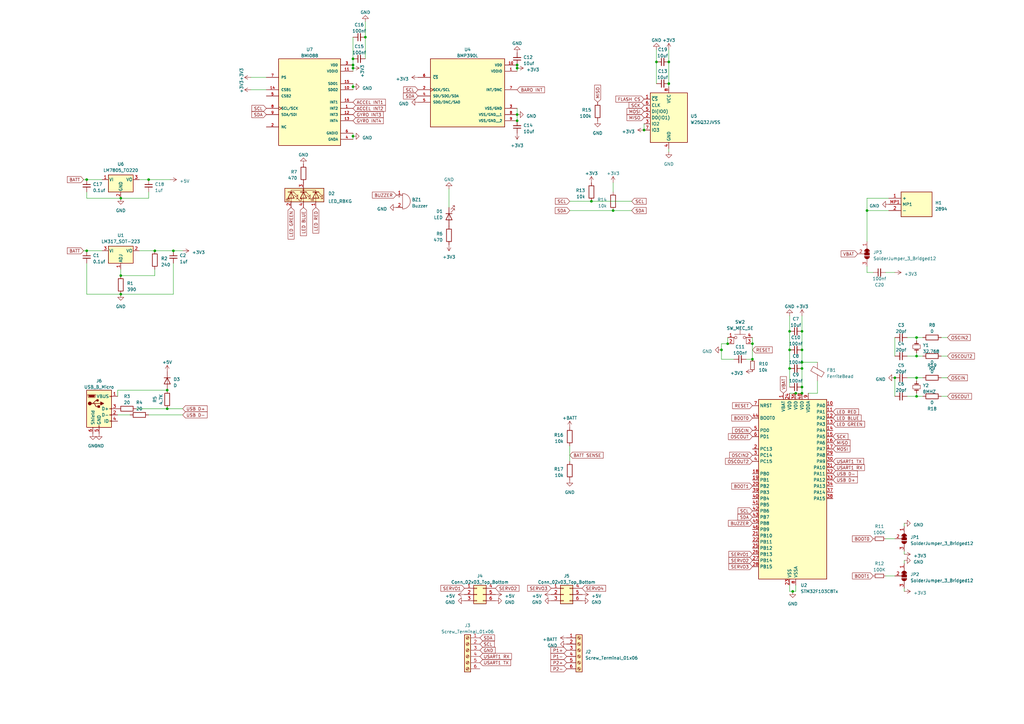
<source format=kicad_sch>
(kicad_sch (version 20230121) (generator eeschema)
  (paper "A3")
  (junction (at 355.6 86.36))
  (junction (at 328.93 143.51))
  (junction (at 35.56 73.66))
  (junction (at 328.93 158.75))
  (junction (at 60.96 73.66))
  (junction (at 328.93 135.89))
  (junction (at 375.92 162.56))
  (junction (at 264.16 53.34))
  (junction (at 274.32 25.4))
  (junction (at 212.09 46.99))
  (junction (at 68.58 160.02))
  (junction (at 212.09 49.53))
  (junction (at 274.32 34.29))
  (junction (at 328.93 151.13))
  (junction (at 149.86 15.24))
  (junction (at 49.53 120.65))
  (junction (at 375.92 146.05))
  (junction (at 68.58 167.64))
  (junction (at 325.12 242.57))
  (junction (at 49.53 113.03))
  (junction (at 308.61 140.97))
  (junction (at 144.78 26.67))
  (junction (at 144.78 35.56))
  (junction (at 63.5 102.87))
  (junction (at 295.91 143.51))
  (junction (at 35.56 102.87))
  (junction (at 367.03 154.94))
  (junction (at 308.61 147.32))
  (junction (at 242.57 82.55))
  (junction (at 269.24 25.4))
  (junction (at 144.78 24.13))
  (junction (at 328.93 161.29))
  (junction (at 328.93 148.59))
  (junction (at 251.46 86.36))
  (junction (at 323.85 143.51))
  (junction (at 375.92 154.94))
  (junction (at 375.92 138.43))
  (junction (at 71.12 102.87))
  (junction (at 212.09 26.67))
  (junction (at 298.45 140.97))
  (junction (at 323.85 135.89))
  (junction (at 144.78 55.88))
  (junction (at 49.53 81.28))
  (junction (at 323.85 151.13))
  (junction (at 326.39 161.29))
  (junction (at 144.78 27.94))
  (junction (at 212.09 27.94))
  (wire (pts (xy 375.92 138.43) (xy 378.46 138.43)))
  (wire (pts (xy 71.12 107.95) (xy 71.12 120.65)))
  (wire (pts (xy 35.56 78.74) (xy 35.56 81.28)))
  (wire (pts (xy 323.85 143.51) (xy 323.85 151.13)))
  (wire (pts (xy 375.92 138.43) (xy 375.92 139.7)))
  (wire (pts (xy 74.93 170.18) (xy 60.96 170.18)))
  (wire (pts (xy 367.03 154.94) (xy 367.03 162.56)))
  (wire (pts (xy 370.84 229.87) (xy 370.84 231.14)))
  (wire (pts (xy 144.78 35.56) (xy 144.78 36.83)))
  (wire (pts (xy 57.15 102.87) (xy 63.5 102.87)))
  (wire (pts (xy 144.78 55.88) (xy 144.78 57.15)))
  (wire (pts (xy 326.39 161.29) (xy 328.93 161.29)))
  (wire (pts (xy 251.46 86.36) (xy 259.08 86.36)))
  (wire (pts (xy 328.93 161.29) (xy 328.93 158.75)))
  (wire (pts (xy 35.56 73.66) (xy 41.91 73.66)))
  (wire (pts (xy 102.87 31.75) (xy 109.22 31.75)))
  (wire (pts (xy 184.15 77.47) (xy 184.15 85.09)))
  (wire (pts (xy 386.08 146.05) (xy 388.62 146.05)))
  (wire (pts (xy 323.85 240.03) (xy 323.85 242.57)))
  (wire (pts (xy 251.46 74.93) (xy 251.46 78.74)))
  (wire (pts (xy 63.5 110.49) (xy 63.5 113.03)))
  (wire (pts (xy 144.78 24.13) (xy 144.78 26.67)))
  (wire (pts (xy 55.88 167.64) (xy 68.58 167.64)))
  (wire (pts (xy 71.12 102.87) (xy 74.93 102.87)))
  (wire (pts (xy 34.29 102.87) (xy 35.56 102.87)))
  (wire (pts (xy 306.07 147.32) (xy 308.61 147.32)))
  (wire (pts (xy 363.22 236.22) (xy 367.03 236.22)))
  (wire (pts (xy 323.85 242.57) (xy 325.12 242.57)))
  (wire (pts (xy 149.86 15.24) (xy 149.86 24.13)))
  (wire (pts (xy 355.6 81.28) (xy 355.6 86.36)))
  (wire (pts (xy 323.85 151.13) (xy 323.85 158.75)))
  (wire (pts (xy 335.28 161.29) (xy 335.28 156.21)))
  (wire (pts (xy 48.26 160.02) (xy 68.58 160.02)))
  (wire (pts (xy 264.16 50.8) (xy 264.16 53.34)))
  (wire (pts (xy 35.56 107.95) (xy 35.56 120.65)))
  (wire (pts (xy 144.78 15.24) (xy 144.78 24.13)))
  (wire (pts (xy 363.22 111.76) (xy 367.03 111.76)))
  (wire (pts (xy 295.91 147.32) (xy 300.99 147.32)))
  (wire (pts (xy 325.12 242.57) (xy 326.39 242.57)))
  (wire (pts (xy 295.91 143.51) (xy 295.91 140.97)))
  (wire (pts (xy 323.85 129.54) (xy 323.85 135.89)))
  (wire (pts (xy 375.92 154.94) (xy 378.46 154.94)))
  (wire (pts (xy 242.57 82.55) (xy 259.08 82.55)))
  (wire (pts (xy 375.92 144.78) (xy 375.92 146.05)))
  (wire (pts (xy 386.08 162.56) (xy 388.62 162.56)))
  (wire (pts (xy 233.68 82.55) (xy 242.57 82.55)))
  (wire (pts (xy 212.09 44.45) (xy 212.09 46.99)))
  (wire (pts (xy 363.22 220.98) (xy 367.03 220.98)))
  (wire (pts (xy 355.6 86.36) (xy 355.6 99.06)))
  (wire (pts (xy 331.47 161.29) (xy 335.28 161.29)))
  (wire (pts (xy 57.15 73.66) (xy 60.96 73.66)))
  (wire (pts (xy 144.78 54.61) (xy 144.78 55.88)))
  (wire (pts (xy 144.78 27.94) (xy 144.78 29.21)))
  (wire (pts (xy 269.24 20.32) (xy 269.24 25.4)))
  (wire (pts (xy 372.11 146.05) (xy 375.92 146.05)))
  (wire (pts (xy 328.93 148.59) (xy 328.93 143.51)))
  (wire (pts (xy 386.08 138.43) (xy 388.62 138.43)))
  (wire (pts (xy 63.5 113.03) (xy 49.53 113.03)))
  (wire (pts (xy 212.09 27.94) (xy 212.09 29.21)))
  (wire (pts (xy 144.78 34.29) (xy 144.78 35.56)))
  (wire (pts (xy 49.53 81.28) (xy 60.96 81.28)))
  (wire (pts (xy 308.61 140.97) (xy 308.61 138.43)))
  (wire (pts (xy 372.11 138.43) (xy 375.92 138.43)))
  (wire (pts (xy 63.5 102.87) (xy 71.12 102.87)))
  (wire (pts (xy 375.92 162.56) (xy 378.46 162.56)))
  (wire (pts (xy 48.26 170.18) (xy 53.34 170.18)))
  (wire (pts (xy 308.61 140.97) (xy 308.61 147.32)))
  (wire (pts (xy 49.53 110.49) (xy 49.53 113.03)))
  (wire (pts (xy 355.6 111.76) (xy 355.6 109.22)))
  (wire (pts (xy 375.92 161.29) (xy 375.92 162.56)))
  (wire (pts (xy 375.92 146.05) (xy 378.46 146.05)))
  (wire (pts (xy 370.84 227.33) (xy 370.84 226.06)))
  (wire (pts (xy 60.96 73.66) (xy 69.85 73.66)))
  (wire (pts (xy 35.56 102.87) (xy 41.91 102.87)))
  (wire (pts (xy 274.32 25.4) (xy 274.32 34.29)))
  (wire (pts (xy 102.87 36.83) (xy 109.22 36.83)))
  (wire (pts (xy 35.56 120.65) (xy 49.53 120.65)))
  (wire (pts (xy 149.86 8.89) (xy 149.86 15.24)))
  (wire (pts (xy 48.26 162.56) (xy 48.26 160.02)))
  (wire (pts (xy 364.49 86.36) (xy 355.6 86.36)))
  (wire (pts (xy 274.32 34.29) (xy 274.32 35.56)))
  (wire (pts (xy 386.08 154.94) (xy 388.62 154.94)))
  (wire (pts (xy 364.49 81.28) (xy 355.6 81.28)))
  (wire (pts (xy 144.78 26.67) (xy 144.78 27.94)))
  (wire (pts (xy 328.93 129.54) (xy 328.93 135.89)))
  (wire (pts (xy 212.09 26.67) (xy 212.09 27.94)))
  (wire (pts (xy 233.68 86.36) (xy 251.46 86.36)))
  (wire (pts (xy 328.93 135.89) (xy 328.93 143.51)))
  (wire (pts (xy 269.24 25.4) (xy 269.24 34.29)))
  (wire (pts (xy 233.68 182.88) (xy 233.68 189.23)))
  (wire (pts (xy 298.45 140.97) (xy 298.45 138.43)))
  (wire (pts (xy 367.03 138.43) (xy 367.03 146.05)))
  (wire (pts (xy 212.09 46.99) (xy 212.09 49.53)))
  (wire (pts (xy 60.96 78.74) (xy 60.96 81.28)))
  (wire (pts (xy 372.11 154.94) (xy 375.92 154.94)))
  (wire (pts (xy 328.93 148.59) (xy 335.28 148.59)))
  (wire (pts (xy 295.91 143.51) (xy 295.91 147.32)))
  (wire (pts (xy 35.56 81.28) (xy 49.53 81.28)))
  (wire (pts (xy 355.6 111.76) (xy 358.14 111.76)))
  (wire (pts (xy 370.84 214.63) (xy 370.84 215.9)))
  (wire (pts (xy 274.32 20.32) (xy 274.32 25.4)))
  (wire (pts (xy 68.58 167.64) (xy 74.93 167.64)))
  (wire (pts (xy 370.84 242.57) (xy 370.84 241.3)))
  (wire (pts (xy 34.29 73.66) (xy 35.56 73.66)))
  (wire (pts (xy 328.93 151.13) (xy 328.93 148.59)))
  (wire (pts (xy 71.12 120.65) (xy 49.53 120.65)))
  (wire (pts (xy 298.45 140.97) (xy 295.91 140.97)))
  (wire (pts (xy 323.85 135.89) (xy 323.85 143.51)))
  (wire (pts (xy 328.93 158.75) (xy 328.93 151.13)))
  (wire (pts (xy 274.32 60.96) (xy 274.32 62.23)))
  (wire (pts (xy 372.11 162.56) (xy 375.92 162.56)))
  (wire (pts (xy 375.92 154.94) (xy 375.92 156.21)))
  (wire (pts (xy 323.85 161.29) (xy 326.39 161.29)))
  (wire (pts (xy 326.39 242.57) (xy 326.39 240.03)))
  (global_label "LED BLUE" (shape input) (at 124.46 85.09 270) (property "Intersheetrefs" "${INTERSHEET_REFS}" (effects hide)))
  (global_label "GYRO INT4" (shape input) (at 144.78 49.53 0) (property "Intersheetrefs" "${INTERSHEET_REFS}" (effects hide)))
  (global_label "SCK" (shape input) (at 341.63 179.07 0) (property "Intersheetrefs" "${INTERSHEET_REFS}" (effects hide)))
  (global_label "ACCEL INT1" (shape input) (at 144.78 41.91 0) (property "Intersheetrefs" "${INTERSHEET_REFS}" (effects hide)))
  (global_label "SERVO2" (shape input) (at 308.61 229.87 180) (property "Intersheetrefs" "${INTERSHEET_REFS}" (effects hide)))
  (global_label "MOSI" (shape input) (at 264.16 45.72 180) (property "Intersheetrefs" "${INTERSHEET_REFS}" (effects hide)))
  (global_label "SDA" (shape input) (at 308.61 212.09 180) (property "Intersheetrefs" "${INTERSHEET_REFS}" (effects hide)))
  (global_label "SERVO3" (shape input) (at 226.06 241.3 180) (property "Intersheetrefs" "${INTERSHEET_REFS}" (effects hide)))
  (global_label "FLASH CS" (shape input) (at 264.16 40.64 180) (property "Intersheetrefs" "${INTERSHEET_REFS}" (effects hide)))
  (global_label "MISO" (shape input) (at 341.63 181.61 0) (property "Intersheetrefs" "${INTERSHEET_REFS}" (effects hide)))
  (global_label "USB D-" (shape input) (at 341.63 194.31 0) (property "Intersheetrefs" "${INTERSHEET_REFS}" (effects hide)))
  (global_label "BOOT1" (shape input) (at 308.61 199.39 180) (property "Intersheetrefs" "${INTERSHEET_REFS}" (effects hide)))
  (global_label "P2-" (shape input) (at 232.41 274.32 180) (property "Intersheetrefs" "${INTERSHEET_REFS}" (effects hide)))
  (global_label "RESET" (shape input) (at 308.61 143.51 0) (property "Intersheetrefs" "${INTERSHEET_REFS}" (effects hide)))
  (global_label "USART1 RX" (shape input) (at 196.85 269.24 0) (property "Intersheetrefs" "${INTERSHEET_REFS}" (effects hide)))
  (global_label "P2+" (shape input) (at 232.41 271.78 180) (property "Intersheetrefs" "${INTERSHEET_REFS}" (effects hide)))
  (global_label "BOOT0" (shape input) (at 358.14 220.98 180) (property "Intersheetrefs" "${INTERSHEET_REFS}" (effects hide)))
  (global_label "P1-" (shape input) (at 232.41 269.24 180) (property "Intersheetrefs" "${INTERSHEET_REFS}" (effects hide)))
  (global_label "SCL" (shape input) (at 109.22 44.45 180) (property "Intersheetrefs" "${INTERSHEET_REFS}" (effects hide)))
  (global_label "VBAT" (shape input) (at 321.31 161.29 90) (property "Intersheetrefs" "${INTERSHEET_REFS}" (effects hide)))
  (global_label "SCL" (shape input) (at 308.61 209.55 180) (property "Intersheetrefs" "${INTERSHEET_REFS}" (effects hide)))
  (global_label "OSCIN" (shape input) (at 388.62 154.94 0) (property "Intersheetrefs" "${INTERSHEET_REFS}" (effects hide)))
  (global_label "SERVO1" (shape input) (at 190.5 241.3 180) (property "Intersheetrefs" "${INTERSHEET_REFS}" (effects hide)))
  (global_label "SERVO3" (shape input) (at 308.61 232.41 180) (property "Intersheetrefs" "${INTERSHEET_REFS}" (effects hide)))
  (global_label "OSCOUT" (shape input) (at 308.61 179.07 180) (property "Intersheetrefs" "${INTERSHEET_REFS}" (effects hide)))
  (global_label "MISO" (shape input) (at 245.11 41.91 90) (property "Intersheetrefs" "${INTERSHEET_REFS}" (effects hide)))
  (global_label "BUZZER" (shape input) (at 162.56 80.01 180) (property "Intersheetrefs" "${INTERSHEET_REFS}" (effects hide)))
  (global_label "SERVO2" (shape input) (at 203.2 241.3 0) (property "Intersheetrefs" "${INTERSHEET_REFS}" (effects hide)))
  (global_label "USB D+" (shape input) (at 74.93 167.64 0) (property "Intersheetrefs" "${INTERSHEET_REFS}" (effects hide)))
  (global_label "SCL" (shape input) (at 171.45 36.83 180) (property "Intersheetrefs" "${INTERSHEET_REFS}" (effects hide)))
  (global_label "VBAT" (shape input) (at 351.79 104.14 180) (property "Intersheetrefs" "${INTERSHEET_REFS}" (effects hide)))
  (global_label "GND" (shape input) (at 196.85 266.7 0) (property "Intersheetrefs" "${INTERSHEET_REFS}" (effects hide)))
  (global_label "BATT SENSE" (shape input) (at 233.68 186.69 0) (property "Intersheetrefs" "${INTERSHEET_REFS}" (effects hide)))
  (global_label "LED BLUE" (shape input) (at 341.63 171.45 0) (property "Intersheetrefs" "${INTERSHEET_REFS}" (effects hide)))
  (global_label "BATT" (shape input) (at 34.29 73.66 180) (property "Intersheetrefs" "${INTERSHEET_REFS}" (effects hide)))
  (global_label "USB D+" (shape input) (at 341.63 196.85 0) (property "Intersheetrefs" "${INTERSHEET_REFS}" (effects hide)))
  (global_label "RESET" (shape input) (at 308.61 166.37 180) (property "Intersheetrefs" "${INTERSHEET_REFS}" (effects hide)))
  (global_label "USB D-" (shape input) (at 74.93 170.18 0) (property "Intersheetrefs" "${INTERSHEET_REFS}" (effects hide)))
  (global_label "MOSI" (shape input) (at 341.63 184.15 0) (property "Intersheetrefs" "${INTERSHEET_REFS}" (effects hide)))
  (global_label "LED GREEN" (shape input) (at 119.38 85.09 270) (property "Intersheetrefs" "${INTERSHEET_REFS}" (effects hide)))
  (global_label "SDA" (shape input) (at 233.68 86.36 180) (property "Intersheetrefs" "${INTERSHEET_REFS}" (effects hide)))
  (global_label "OSCIN" (shape input) (at 308.61 176.53 180) (property "Intersheetrefs" "${INTERSHEET_REFS}" (effects hide)))
  (global_label "OSCOUT2" (shape input) (at 308.61 189.23 180) (property "Intersheetrefs" "${INTERSHEET_REFS}" (effects hide)))
  (global_label "SCL" (shape input) (at 259.08 82.55 0) (property "Intersheetrefs" "${INTERSHEET_REFS}" (effects hide)))
  (global_label "LED RED" (shape input) (at 129.54 85.09 270) (property "Intersheetrefs" "${INTERSHEET_REFS}" (effects hide)))
  (global_label "OSCOUT" (shape input) (at 388.62 162.56 0) (property "Intersheetrefs" "${INTERSHEET_REFS}" (effects hide)))
  (global_label "SERVO4" (shape input) (at 238.76 241.3 0) (property "Intersheetrefs" "${INTERSHEET_REFS}" (effects hide)))
  (global_label "ACCEL INT2" (shape input) (at 144.78 44.45 0) (property "Intersheetrefs" "${INTERSHEET_REFS}" (effects hide)))
  (global_label "SDA" (shape input) (at 109.22 46.99 180) (property "Intersheetrefs" "${INTERSHEET_REFS}" (effects hide)))
  (global_label "USART1 TX" (shape input) (at 196.85 271.78 0) (property "Intersheetrefs" "${INTERSHEET_REFS}" (effects hide)))
  (global_label "MISO" (shape input) (at 264.16 48.26 180) (property "Intersheetrefs" "${INTERSHEET_REFS}" (effects hide)))
  (global_label "BARO INT" (shape input) (at 212.09 36.83 0) (property "Intersheetrefs" "${INTERSHEET_REFS}" (effects hide)))
  (global_label "BATT" (shape input) (at 34.29 102.87 180) (property "Intersheetrefs" "${INTERSHEET_REFS}" (effects hide)))
  (global_label "SCK" (shape input) (at 264.16 43.18 180) (property "Intersheetrefs" "${INTERSHEET_REFS}" (effects hide)))
  (global_label "LED GREEN" (shape input) (at 341.63 173.99 0) (property "Intersheetrefs" "${INTERSHEET_REFS}" (effects hide)))
  (global_label "SDA" (shape input) (at 196.85 261.62 0) (property "Intersheetrefs" "${INTERSHEET_REFS}" (effects hide)))
  (global_label "OSCOUT2" (shape input) (at 388.62 146.05 0) (property "Intersheetrefs" "${INTERSHEET_REFS}" (effects hide)))
  (global_label "SCL" (shape input) (at 196.85 264.16 0) (property "Intersheetrefs" "${INTERSHEET_REFS}" (effects hide)))
  (global_label "SERVO1" (shape input) (at 308.61 227.33 180) (property "Intersheetrefs" "${INTERSHEET_REFS}" (effects hide)))
  (global_label "USART1 RX" (shape input) (at 341.63 191.77 0) (property "Intersheetrefs" "${INTERSHEET_REFS}" (effects hide)))
  (global_label "GYRO INT3" (shape input) (at 144.78 46.99 0) (property "Intersheetrefs" "${INTERSHEET_REFS}" (effects hide)))
  (global_label "USART1 TX" (shape input) (at 341.63 189.23 0) (property "Intersheetrefs" "${INTERSHEET_REFS}" (effects hide)))
  (global_label "OSCIN2" (shape input) (at 308.61 186.69 180) (property "Intersheetrefs" "${INTERSHEET_REFS}" (effects hide)))
  (global_label "BUZZER" (shape input) (at 308.61 214.63 180) (property "Intersheetrefs" "${INTERSHEET_REFS}" (effects hide)))
  (global_label "SCL" (shape input) (at 233.68 82.55 180) (property "Intersheetrefs" "${INTERSHEET_REFS}" (effects hide)))
  (global_label "LED RED" (shape input) (at 341.63 168.91 0) (property "Intersheetrefs" "${INTERSHEET_REFS}" (effects hide)))
  (global_label "SDA" (shape input) (at 171.45 39.37 180) (property "Intersheetrefs" "${INTERSHEET_REFS}" (effects hide)))
  (global_label "BOOT0" (shape input) (at 308.61 171.45 180) (property "Intersheetrefs" "${INTERSHEET_REFS}" (effects hide)))
  (global_label "BOOT1" (shape input) (at 358.14 236.22 180) (property "Intersheetrefs" "${INTERSHEET_REFS}" (effects hide)))
  (global_label "P1+" (shape input) (at 232.41 266.7 180) (property "Intersheetrefs" "${INTERSHEET_REFS}" (effects hide)))
  (global_label "SDA" (shape input) (at 259.08 86.36 0) (property "Intersheetrefs" "${INTERSHEET_REFS}" (effects hide)))
  (global_label "OSCIN2" (shape input) (at 388.62 138.43 0) (property "Intersheetrefs" "${INTERSHEET_REFS}" (effects hide)))
  (symbol (lib_id "Device:LED_RBKG") (at 124.46 80.01 270) (unit 1)
    (property "Reference" "D2" (at 134.62 79.375 90) (effects (justify left)))
    (property "Value" "LED_RBKG" (at 134.62 82.55 90) (effects (justify left)))
  )
  (symbol (lib_id "power:+5V") (at 226.06 243.84 90) (unit 1)
    (property "Reference" "#PWR049" (effects hide))
    (property "Value" "+5V" (at 222.25 244.475 90) (effects (justify left)))
  )
  (symbol (lib_id "power:+3V3") (at 102.87 31.75 90) (unit 1)
    (property "Reference" "#PWR033" (effects hide))
    (property "Value" "+3V3" (at 99.06 30.48 0))
  )
  (symbol (lib_id "Device:R") (at 242.57 78.74 0) (mirror y) (unit 1)
    (property "Reference" "R13" (at 240.03 78.105 0) (effects (justify left)))
    (property "Value" "10k" (at 240.03 80.645 0) (effects (justify left)))
    (property "Footprint" "Resistor_SMD:R_0805_2012Metric" (effects hide))
  )
  (symbol (lib_id "power:+3V3") (at 144.78 27.94 270) (unit 1)
    (property "Reference" "#PWR032" (effects hide))
    (property "Value" "+3V3" (at 148.59 29.21 0))
  )
  (symbol (lib_id "power:+3V3") (at 264.16 53.34 90) (unit 1)
    (property "Reference" "#PWR025" (effects hide))
    (property "Value" "+3V3" (at 260.35 53.975 90) (effects (justify left)))
  )
  (symbol (lib_id "power:GND") (at 226.06 246.38 270) (unit 1)
    (property "Reference" "#PWR044" (effects hide))
    (property "Value" "GND" (at 222.25 247.015 90) (effects (justify right)))
  )
  (symbol (lib_id "MCU_ST_STM32F1:STM32F103C8Tx") (at 323.85 201.93 0) (unit 1)
    (property "Reference" "U2" (at 328.3459 240.03 0) (effects (justify left)))
    (property "Value" "STM32F103C8Tx" (at 328.3459 242.57 0) (effects (justify left)))
    (property "Footprint" "Package_QFP:LQFP-48_7x7mm_P0.5mm" (effects hide))
    (property "Datasheet" "https://www.st.com/resource/en/datasheet/stm32f103c8.pdf" (effects hide))
  )
  (symbol (lib_id "power:GND") (at 49.53 120.65 0) (unit 1)
    (property "Reference" "#PWR04" (effects hide))
    (property "Value" "GND" (at 49.53 125.73 0))
  )
  (symbol (lib_id "Device:C_Small") (at 212.09 24.13 180) (unit 1)
    (property "Reference" "C12" (at 214.63 23.4886 0) (effects (justify right)))
    (property "Value" "10uf" (at 214.63 26.0286 0) (effects (justify right)))
    (property "Footprint" "Capacitor_SMD:C_0805_2012Metric" (effects hide))
  )
  (symbol (lib_id "power:+5V") (at 238.76 243.84 270) (unit 1)
    (property "Reference" "#PWR048" (effects hide))
    (property "Value" "+5V" (at 242.57 244.475 90) (effects (justify left)))
  )
  (symbol (lib_id "Device:C_Small") (at 60.96 76.2 0) (unit 1)
    (property "Reference" "C18" (at 63.5 75.5713 0) (effects (justify left)))
    (property "Value" "1uf" (at 63.5 78.1113 0) (effects (justify left)))
    (property "Footprint" "Capacitor_THT:CP_Radial_D6.3mm_P2.50mm" (effects hide))
  )
  (symbol (lib_id "Device:FerriteBead") (at 335.28 152.4 180) (unit 1)
    (property "Reference" "FB1" (at 339.09 151.8158 0) (effects (justify right)))
    (property "Value" "FerriteBead" (at 339.09 154.3558 0) (effects (justify right)))
    (property "Footprint" "Diode_SMD:D_0805_2012Metric" (effects hide))
  )
  (symbol (lib_id "power:+5V") (at 68.58 152.4 0) (unit 1)
    (property "Reference" "#PWR06" (effects hide))
    (property "Value" "+5V" (at 68.58 148.59 0))
  )
  (symbol (lib_id "power:GND") (at 323.85 129.54 180) (unit 1)
    (property "Reference" "#PWR012" (effects hide))
    (property "Value" "GND" (at 323.85 125.73 0))
  )
  (symbol (lib_id "Device:C_Small") (at 271.78 34.29 90) (unit 1)
    (property "Reference" "C13" (at 271.7863 29.21 90))
    (property "Value" "10uf" (at 271.7863 31.75 90))
    (property "Footprint" "Capacitor_SMD:C_0805_2012Metric" (effects hide))
  )
  (symbol (lib_id "power:GND") (at 370.84 229.87 90) (unit 1)
    (property "Reference" "#PWR036" (effects hide))
    (property "Value" "GND" (at 374.65 230.505 90) (effects (justify right)))
  )
  (symbol (lib_id "power:GND") (at 38.1 177.8 0) (unit 1)
    (property "Reference" "#PWR02" (effects hide))
    (property "Value" "GND" (at 38.1 182.88 0))
  )
  (symbol (lib_id "Device:R") (at 382.27 162.56 90) (mirror x) (unit 1)
    (property "Reference" "R18" (at 382.27 167.64 90))
    (property "Value" "0" (at 382.27 165.1 90))
    (property "Footprint" "Resistor_SMD:R_0805_2012Metric" (effects hide))
  )
  (symbol (lib_id "Device:C_Small") (at 360.68 111.76 90) (mirror x) (unit 1)
    (property "Reference" "C20" (at 360.6863 116.84 90))
    (property "Value" "100nf" (at 360.6863 114.3 90))
    (property "Footprint" "Connector_USB:USB_Micro-AB_Molex_47590-0001" (effects hide))
  )
  (symbol (lib_id "power:+BATT") (at 232.41 261.62 90) (unit 1)
    (property "Reference" "#PWR034" (effects hide))
    (property "Value" "+BATT" (at 228.6 262.255 90) (effects (justify left)))
  )
  (symbol (lib_id "power:GND") (at 238.76 246.38 90) (unit 1)
    (property "Reference" "#PWR043" (effects hide))
    (property "Value" "GND" (at 242.57 247.015 90) (effects (justify right)))
  )
  (symbol (lib_id "Regulator_Linear:LM317_SOT-223") (at 49.53 102.87 0) (unit 1)
    (property "Reference" "U1" (at 49.53 96.52 0))
    (property "Value" "LM317_SOT-223" (at 49.53 99.06 0))
    (property "Footprint" "Package_TO_SOT_SMD:SOT-223-3_TabPin2" (effects hide))
    (property "Datasheet" "http://www.ti.com/lit/ds/symlink/lm317.pdf" (effects hide))
  )
  (symbol (lib_id "Device:R") (at 251.46 82.55 0) (mirror y) (unit 1)
    (property "Reference" "R14" (at 248.92 81.915 0) (effects (justify left)))
    (property "Value" "10k" (at 248.92 84.455 0) (effects (justify left)))
    (property "Footprint" "Resistor_SMD:R_0805_2012Metric" (effects hide))
  )
  (symbol (lib_id "Device:R") (at 184.15 96.52 0) (mirror y) (unit 1)
    (property "Reference" "R6" (at 181.61 95.885 0) (effects (justify left)))
    (property "Value" "470" (at 181.61 98.425 0) (effects (justify left)))
    (property "Footprint" "Resistor_SMD:R_0805_2012Metric" (effects hide))
  )
  (symbol (lib_id "Device:C_Small") (at 35.56 76.2 0) (unit 1)
    (property "Reference" "C17" (at 38.1 75.5713 0) (effects (justify left)))
    (property "Value" "0.1uf" (at 38.1 78.1113 0) (effects (justify left)))
    (property "Footprint" "Capacitor_THT:CP_Radial_D6.3mm_P2.50mm" (effects hide))
  )
  (symbol (lib_id "Device:R") (at 124.46 71.12 0) (mirror y) (unit 1)
    (property "Reference" "R7" (at 121.92 70.485 0) (effects (justify left)))
    (property "Value" "470" (at 121.92 73.025 0) (effects (justify left)))
    (property "Footprint" "Resistor_SMD:R_0805_2012Metric" (effects hide))
  )
  (symbol (lib_id "Connector:USB_B_Micro") (at 40.64 167.64 0) (unit 1)
    (property "Reference" "J6" (at 40.64 156.21 0))
    (property "Value" "USB_B_Micro" (at 40.64 158.75 0))
    (property "Footprint" "Connector_USB:USB_Micro-B_Amphenol_10104110_Horizontal" (effects hide))
  )
  (symbol (lib_id "Device:C_Small") (at 369.57 162.56 270) (unit 1)
    (property "Reference" "C6" (at 369.5636 157.48 90))
    (property "Value" "20pf" (at 369.5636 160.02 90))
    (property "Footprint" "Capacitor_SMD:C_0805_2012Metric" (effects hide))
  )
  (symbol (lib_id "power:GND") (at 190.5 246.38 270) (unit 1)
    (property "Reference" "#PWR041" (effects hide))
    (property "Value" "GND" (at 186.69 247.015 90) (effects (justify right)))
  )
  (symbol (lib_id "Memory_Flash:W25Q32JVSS") (at 274.32 48.26 0) (unit 1)
    (property "Reference" "U5" (at 283.21 47.625 0) (effects (justify left)))
    (property "Value" "W25Q32JVSS" (at 283.21 50.165 0) (effects (justify left)))
    (property "Footprint" "Package_SO:SOIC-8_5.23x5.23mm_P1.27mm" (effects hide))
    (property "Datasheet" "http://www.winbond.com/resource-files/w25q32jv%20revg%2003272018%20plus.pdf" (effects hide))
  )
  (symbol (lib_id "power:GND") (at 274.32 62.23 0) (unit 1)
    (property "Reference" "#PWR021" (effects hide))
    (property "Value" "GND" (at 274.32 67.31 0))
  )
  (symbol (lib_id "power:+3V3") (at 274.32 20.32 0) (unit 1)
    (property "Reference" "#PWR022" (effects hide))
    (property "Value" "+3V3" (at 274.32 16.51 0))
  )
  (symbol (lib_id "power:+3V3") (at 328.93 129.54 0) (unit 1)
    (property "Reference" "#PWR015" (effects hide))
    (property "Value" "+3V3" (at 328.93 125.73 0))
  )
  (symbol (lib_id "power:GND") (at 149.86 8.89 180) (unit 1)
    (property "Reference" "#PWR030" (effects hide))
    (property "Value" "GND" (at 149.86 5.08 0))
  )
  (symbol (lib_id "Device:R") (at 52.07 167.64 270) (unit 1)
    (property "Reference" "R3" (at 52.07 162.56 90))
    (property "Value" "20" (at 52.07 165.1 90))
    (property "Footprint" "Resistor_SMD:R_0805_2012Metric" (effects hide))
  )
  (symbol (lib_id "power:+3V3") (at 370.84 242.57 270) (unit 1)
    (property "Reference" "#PWR039" (effects hide))
    (property "Value" "+3V3" (at 374.65 243.205 90) (effects (justify left)))
  )
  (symbol (lib_id "Device:LED") (at 184.15 88.9 90) (mirror x) (unit 1)
    (property "Reference" "D1" (at 181.61 86.6775 90) (effects (justify left)))
    (property "Value" "LED" (at 181.61 89.2175 90) (effects (justify left)))
    (property "Footprint" "LED_SMD:LED_0805_2012Metric" (effects hide))
  )
  (symbol (lib_id "Device:C_Small") (at 326.39 158.75 90) (unit 1)
    (property "Reference" "C9" (at 326.3963 153.67 90))
    (property "Value" "100nf" (at 326.3963 156.21 90))
    (property "Footprint" "Connector_USB:USB_Micro-AB_Molex_47590-0001" (effects hide))
  )
  (symbol (lib_id "power:GND") (at 232.41 264.16 270) (unit 1)
    (property "Reference" "#PWR01" (effects hide))
    (property "Value" "GND" (at 228.6 264.795 90) (effects (justify right)))
  )
  (symbol (lib_id "Device:R") (at 233.68 179.07 0) (mirror y) (unit 1)
    (property "Reference" "R16" (at 231.14 178.435 0) (effects (justify left)))
    (property "Value" "10k" (at 231.14 180.975 0) (effects (justify left)))
    (property "Footprint" "Resistor_SMD:R_0805_2012Metric" (effects hide))
  )
  (symbol (lib_id "Device:D") (at 68.58 156.21 270) (unit 1)
    (property "Reference" "D3" (at 71.12 155.575 90) (effects (justify left)))
    (property "Value" "D" (at 71.12 158.115 90) (effects (justify left)))
    (property "Footprint" "Diode_SMD:D_0805_2012Metric" (effects hide))
    (property "Sim.Device" "D" (effects hide))
    (property "Sim.Pins" "1=K 2=A" (effects hide))
  )
  (symbol (lib_id "power:GND") (at 245.11 49.53 0) (unit 1)
    (property "Reference" "#PWR026" (effects hide))
    (property "Value" "GND" (at 245.11 54.61 0))
  )
  (symbol (lib_id "Jumper:SolderJumper_3_Bridged12") (at 370.84 236.22 270) (unit 1)
    (property "Reference" "JP2" (at 373.38 235.585 90) (effects (justify left)))
    (property "Value" "SolderJumper_3_Bridged12" (at 373.38 238.125 90) (effects (justify left)))
    (property "Footprint" "Jumper:SolderJumper-3_P1.3mm_Bridged12_Pad1.0x1.5mm" (effects hide))
  )
  (symbol (lib_id "power:+BATT") (at 233.68 175.26 0) (unit 1)
    (property "Reference" "#PWR035" (effects hide))
    (property "Value" "+BATT" (at 233.68 171.45 0))
  )
  (symbol (lib_id "Device:Crystal_Small") (at 375.92 158.75 90) (unit 1)
    (property "Reference" "Y2" (at 378.46 158.115 90) (effects (justify right)))
    (property "Value" "8MHZ" (at 378.46 160.655 90) (effects (justify right)))
    (property "Footprint" "Crystal:Crystal_HC18-U_Vertical" (effects hide))
  )
  (symbol (lib_id "Device:R") (at 57.15 170.18 90) (mirror x) (unit 1)
    (property "Reference" "R4" (at 57.15 165.1 90))
    (property "Value" "20" (at 57.15 167.64 90))
    (property "Footprint" "Resistor_SMD:R_0805_2012Metric" (effects hide))
  )
  (symbol (lib_id "Device:R_Small") (at 308.61 149.86 0) (unit 1)
    (property "Reference" "R10" (at 311.15 149.225 0) (effects (justify left)))
    (property "Value" "10k" (at 311.15 151.765 0) (effects (justify left)))
    (property "Footprint" "Resistor_SMD:R_0805_2012Metric" (effects hide))
  )
  (symbol (lib_id "power:+3V3") (at 212.09 54.61 180) (unit 1)
    (property "Reference" "#PWR020" (effects hide))
    (property "Value" "+3V3" (at 212.09 59.69 0))
  )
  (symbol (lib_id "Device:R") (at 382.27 154.94 90) (unit 1)
    (property "Reference" "R19" (at 382.27 149.86 90))
    (property "Value" "0" (at 382.27 152.4 90))
    (property "Footprint" "Resistor_SMD:R_0805_2012Metric" (effects hide))
  )
  (symbol (lib_id "power:GND") (at 212.09 46.99 90) (unit 1)
    (property "Reference" "#PWR018" (effects hide))
    (property "Value" "GND" (at 215.9 47.625 90) (effects (justify right)))
  )
  (symbol (lib_id "BMI088:BMI088") (at 127 41.91 0) (unit 1)
    (property "Reference" "U7" (at 127 20.32 0))
    (property "Value" "BMI088" (at 127 22.86 0))
    (property "Footprint" "SnapEDA Library:PQFN50P450X300X100-16N" (effects hide))
    (property "MF" "Bosch Sensortec" (effects hide))
    (property "PURCHASE-URL" "https://pricing.snapeda.com/search/part/BMI088/?ref=eda" (effects hide))
    (property "PACKAGE" "VFLGA-16 Bosch Sensortec" (effects hide))
    (property "PRICE" "None" (effects hide))
    (property "MP" "BMI088" (effects hide))
    (property "AVAILABILITY" "In Stock" (effects hide))
    (property "DESCRIPTION" "Accelerometer, Gyroscope, 6 Axis Sensor I²C, SPI Output" (effects hide))
  )
  (symbol (lib_id "Connector:Screw_Terminal_01x06") (at 237.49 266.7 0) (unit 1)
    (property "Reference" "J2" (at 240.03 267.335 0) (effects (justify left)))
    (property "Value" "Screw_Terminal_01x06" (at 240.03 269.875 0) (effects (justify left)))
    (property "Footprint" "TerminalBlock_TE-Connectivity:TerminalBlock_TE_282834-6_1x06_P2.54mm_Horizontal" (effects hide))
  )
  (symbol (lib_id "Device:C_Small") (at 326.39 151.13 90) (unit 1)
    (property "Reference" "C8" (at 326.3963 146.05 90))
    (property "Value" "100nf" (at 326.3963 148.59 90))
    (property "Footprint" "Connector_USB:USB_Micro-AB_Molex_47590-0001" (effects hide))
  )
  (symbol (lib_id "power:GND") (at 49.53 81.28 0) (unit 1)
    (property "Reference" "#PWR046" (effects hide))
    (property "Value" "GND" (at 49.53 86.36 0))
  )
  (symbol (lib_id "Device:R") (at 63.5 106.68 0) (unit 1)
    (property "Reference" "R2" (at 66.04 106.045 0) (effects (justify left)))
    (property "Value" "240" (at 66.04 108.585 0) (effects (justify left)))
    (property "Footprint" "Resistor_SMD:R_0805_2012Metric" (effects hide))
  )
  (symbol (lib_id "Device:Crystal_Small") (at 375.92 142.24 90) (unit 1)
    (property "Reference" "Y1" (at 378.46 141.605 90) (effects (justify right)))
    (property "Value" "32.768" (at 378.46 144.145 90) (effects (justify right)))
    (property "Footprint" "Crystal:Crystal_HC18-U_Vertical" (effects hide))
  )
  (symbol (lib_id "Device:R") (at 68.58 163.83 0) (unit 1)
    (property "Reference" "R5" (at 63.5 163.83 90))
    (property "Value" "4.7K" (at 66.04 163.83 90))
    (property "Footprint" "Resistor_SMD:R_0805_2012Metric" (effects hide))
  )
  (symbol (lib_id "Device:R") (at 233.68 193.04 0) (mirror y) (unit 1)
    (property "Reference" "R17" (at 231.14 192.405 0) (effects (justify left)))
    (property "Value" "10k" (at 231.14 194.945 0) (effects (justify left)))
    (property "Footprint" "Resistor_SMD:R_0805_2012Metric" (effects hide))
  )
  (symbol (lib_id "Jumper:SolderJumper_3_Bridged12") (at 355.6 104.14 270) (unit 1)
    (property "Reference" "JP3" (at 358.14 103.505 90) (effects (justify left)))
    (property "Value" "SolderJumper_3_Bridged12" (at 358.14 106.045 90) (effects (justify left)))
    (property "Footprint" "Jumper:SolderJumper-3_P1.3mm_Bridged12_Pad1.0x1.5mm" (effects hide))
  )
  (symbol (lib_id "Device:C_Small") (at 147.32 15.24 90) (unit 1)
    (property "Reference" "C16" (at 147.3263 10.16 90))
    (property "Value" "100nf" (at 147.3263 12.7 90))
    (property "Footprint" "Capacitor_SMD:C_0805_2012Metric" (effects hide))
  )
  (symbol (lib_id "power:GND") (at 212.09 21.59 180) (unit 1)
    (property "Reference" "#PWR023" (effects hide))
    (property "Value" "GND" (at 212.09 17.78 0))
  )
  (symbol (lib_id "Device:R") (at 382.27 146.05 90) (mirror x) (unit 1)
    (property "Reference" "R9" (at 382.27 151.13 90))
    (property "Value" "0" (at 382.27 148.59 90))
    (property "Footprint" "Resistor_SMD:R_0805_2012Metric" (effects hide))
  )
  (symbol (lib_id "power:+3V3") (at 370.84 227.33 270) (unit 1)
    (property "Reference" "#PWR038" (effects hide))
    (property "Value" "+3V3" (at 374.65 227.965 90) (effects (justify left)))
  )
  (symbol (lib_id "power:GND") (at 203.2 246.38 90) (unit 1)
    (property "Reference" "#PWR042" (effects hide))
    (property "Value" "GND" (at 207.01 247.015 90) (effects (justify right)))
  )
  (symbol (lib_id "power:GND") (at 295.91 143.51 270) (unit 1)
    (property "Reference" "#PWR016" (effects hide))
    (property "Value" "GND" (at 292.1 144.145 90) (effects (justify right)))
  )
  (symbol (lib_id "Device:C_Small") (at 369.57 146.05 270) (unit 1)
    (property "Reference" "C4" (at 369.5636 140.97 90))
    (property "Value" "20pf" (at 369.5636 143.51 90))
    (property "Footprint" "Capacitor_SMD:C_0805_2012Metric" (effects hide))
  )
  (symbol (lib_id "Device:R_Small") (at 360.68 236.22 270) (unit 1)
    (property "Reference" "R12" (at 360.68 231.14 90))
    (property "Value" "100K" (at 360.68 233.68 90))
    (property "Footprint" "Resistor_SMD:R_0805_2012Metric" (effects hide))
  )
  (symbol (lib_id "Device:R") (at 245.11 45.72 0) (mirror y) (unit 1)
    (property "Reference" "R15" (at 242.57 45.085 0) (effects (justify left)))
    (property "Value" "100k" (at 242.57 47.625 0) (effects (justify left)))
    (property "Footprint" "Resistor_SMD:R_0805_2012Metric" (effects hide))
  )
  (symbol (lib_id "Device:C_Small") (at 271.78 25.4 90) (unit 1)
    (property "Reference" "C19" (at 271.7863 20.32 90))
    (property "Value" "10uf" (at 271.7863 22.86 90))
    (property "Footprint" "Capacitor_THT:CP_Radial_D6.3mm_P2.50mm" (effects hide))
  )
  (symbol (lib_id "SamacSys_Parts:2894") (at 364.49 81.28 0) (unit 1)
    (property "Reference" "H1" (at 383.54 83.185 0) (effects (justify left)))
    (property "Value" "2894" (at 383.54 85.725 0) (effects (justify left)))
    (property "Footprint" "SamacSys_Parts:2894" (effects hide))
    (property "Datasheet" "https://www.keyelco.com/product-pdf.cfm?p=14467" (effects hide))
    (property "Height" "2.42" (effects hide))
    (property "Mouser Part Number" "534-2894" (effects hide))
    (property "Mouser Price/Stock" "https://www.mouser.co.uk/ProductDetail/Keystone-Electronics/2894?qs=u16ybLDytRb94n%2F3dXyVLQ%3D%3D" (effects hide))
    (property "Manufacturer_Name" "Keystone Electronics" (effects hide))
    (property "Manufacturer_Part_Number" "2894" (effects hide))
  )
  (symbol (lib_id "power:+3V3") (at 184.15 100.33 180) (unit 1)
    (property "Reference" "#PWR09" (effects hide))
    (property "Value" "+3V3" (at 184.15 105.41 0))
  )
  (symbol (lib_id "power:GND") (at 171.45 41.91 270) (unit 1)
    (property "Reference" "#PWR024" (effects hide))
    (property "Value" "GND" (at 167.64 42.545 90) (effects (justify right)))
  )
  (symbol (lib_id "power:GND") (at 364.49 83.82 270) (unit 1)
    (property "Reference" "#PWR054" (effects hide))
    (property "Value" "GND" (at 360.68 84.455 90) (effects (justify right)))
  )
  (symbol (lib_id "Device:C_Small") (at 35.56 105.41 0) (unit 1)
    (property "Reference" "C1" (at 38.1 104.7813 0) (effects (justify left)))
    (property "Value" "0.1uf" (at 38.1 107.3213 0) (effects (justify left)))
    (property "Footprint" "Capacitor_THT:CP_Radial_D6.3mm_P2.50mm" (effects hide))
  )
  (symbol (lib_id "Connector_Generic:Conn_02x03_Top_Bottom") (at 195.58 243.84 0) (unit 1)
    (property "Reference" "J4" (at 196.85 236.22 0))
    (property "Value" "Conn_02x03_Top_Bottom" (at 196.85 238.76 0))
    (property "Footprint" "Connector_PinHeader_2.54mm:PinHeader_2x03_P2.54mm_Vertical" (effects hide))
  )
  (symbol (lib_id "Device:C_Small") (at 303.53 147.32 90) (unit 1)
    (property "Reference" "C11" (at 303.5363 142.24 90))
    (property "Value" "100nf" (at 303.5363 144.78 90))
    (property "Footprint" "Capacitor_SMD:C_0805_2012Metric" (effects hide))
  )
  (symbol (lib_id "Device:C_Small") (at 212.09 52.07 180) (unit 1)
    (property "Reference" "C14" (at 214.63 51.4286 0) (effects (justify right)))
    (property "Value" "10uf" (at 214.63 53.9686 0) (effects (justify right)))
    (property "Footprint" "Capacitor_SMD:C_0805_2012Metric" (effects hide))
  )
  (symbol (lib_id "power:GND") (at 144.78 35.56 90) (unit 1)
    (property "Reference" "#PWR029" (effects hide))
    (property "Value" "GND" (at 148.59 36.195 90) (effects (justify right)))
  )
  (symbol (lib_id "power:GND") (at 40.64 177.8 0) (unit 1)
    (property "Reference" "#PWR03" (effects hide))
    (property "Value" "GND" (at 40.64 182.88 0))
  )
  (symbol (lib_id "power:GND") (at 162.56 85.09 270) (unit 1)
    (property "Reference" "#PWR040" (effects hide))
    (property "Value" "GND" (at 158.75 85.725 90) (effects (justify right)))
  )
  (symbol (lib_id "Switch:SW_MEC_5E") (at 303.53 140.97 0) (unit 1)
    (property "Reference" "SW2" (at 303.53 132.08 0))
    (property "Value" "SW_MEC_5E" (at 303.53 134.62 0))
    (property "Footprint" "Button_Switch_THT:SW_PUSH_6mm" (effects hide))
    (property "Datasheet" "http://www.apem.com/int/index.php?controller=attachment&id_attachment=1371" (effects hide))
  )
  (symbol (lib_id "Jumper:SolderJumper_3_Bridged12") (at 370.84 220.98 270) (unit 1)
    (property "Reference" "JP1" (at 373.38 220.345 90) (effects (justify left)))
    (property "Value" "SolderJumper_3_Bridged12" (at 373.38 222.885 90) (effects (justify left)))
    (property "Footprint" "Jumper:SolderJumper-3_P1.3mm_Bridged12_Pad1.0x1.5mm" (effects hide))
  )
  (symbol (lib_id "Device:C_Small") (at 326.39 143.51 90) (unit 1)
    (property "Reference" "C10" (at 326.3963 138.43 90))
    (property "Value" "100nf" (at 326.3963 140.97 90))
    (property "Footprint" "Connector_USB:USB_Micro-AB_Molex_47590-0001" (effects hide))
  )
  (symbol (lib_id "power:+3V3") (at 171.45 31.75 90) (unit 1)
    (property "Reference" "#PWR028" (effects hide))
    (property "Value" "+3V3" (at 167.64 32.385 90) (effects (justify left)))
  )
  (symbol (lib_id "power:GND") (at 124.46 67.31 180) (unit 1)
    (property "Reference" "#PWR011" (effects hide))
    (property "Value" "GND" (at 124.46 63.5 0))
  )
  (symbol (lib_id "power:+3V3") (at 102.87 36.83 90) (unit 1)
    (property "Reference" "#PWR031" (effects hide))
    (property "Value" "+3V3" (at 99.06 35.56 0))
  )
  (symbol (lib_id "power:GND") (at 144.78 55.88 90) (unit 1)
    (property "Reference" "#PWR07" (effects hide))
    (property "Value" "GND" (at 148.59 56.515 90) (effects (justify right)))
  )
  (symbol (lib_id "Device:R") (at 49.53 116.84 0) (unit 1)
    (property "Reference" "R1" (at 52.07 116.205 0) (effects (justify left)))
    (property "Value" "390" (at 52.07 118.745 0) (effects (justify left)))
    (property "Footprint" "Resistor_SMD:R_0805_2012Metric" (effects hide))
  )
  (symbol (lib_id "Device:Buzzer") (at 165.1 82.55 0) (unit 1)
    (property "Reference" "BZ1" (at 168.91 81.915 0) (effects (justify left)))
    (property "Value" "Buzzer" (at 168.91 84.455 0) (effects (justify left)))
    (property "Footprint" "Buzzer_Beeper:Buzzer_12x9.5RM7.6" (effects hide))
  )
  (symbol (lib_id "Connector_Generic:Conn_02x03_Top_Bottom") (at 231.14 243.84 0) (unit 1)
    (property "Reference" "J5" (at 232.41 236.22 0))
    (property "Value" "Conn_02x03_Top_Bottom" (at 232.41 238.76 0))
    (property "Footprint" "Connector_PinHeader_2.54mm:PinHeader_2x03_P2.54mm_Vertical" (effects hide))
  )
  (symbol (lib_id "power:GND") (at 184.15 77.47 180) (unit 1)
    (property "Reference" "#PWR010" (effects hide))
    (property "Value" "GND" (at 184.15 73.66 0))
  )
  (symbol (lib_id "Regulator_Linear:LM7805_TO220") (at 49.53 73.66 0) (unit 1)
    (property "Reference" "U6" (at 49.53 67.31 0))
    (property "Value" "LM7805_TO220" (at 49.53 69.85 0))
    (property "Footprint" "Package_TO_SOT_SMD:SOT-223-3_TabPin2" (effects hide))
    (property "Datasheet" "https://www.onsemi.cn/PowerSolutions/document/MC7800-D.PDF" (effects hide))
  )
  (symbol (lib_id "power:GND") (at 370.84 214.63 90) (unit 1)
    (property "Reference" "#PWR037" (effects hide))
    (property "Value" "GND" (at 374.65 215.265 90) (effects (justify right)))
  )
  (symbol (lib_id "power:+3V3") (at 251.46 74.93 0) (unit 1)
    (property "Reference" "#PWR052" (effects hide))
    (property "Value" "+3V3" (at 251.46 71.12 0))
  )
  (symbol (lib_id "power:GND") (at 325.12 242.57 0) (unit 1)
    (property "Reference" "#PWR013" (effects hide))
    (property "Value" "GND" (at 325.12 247.65 0))
  )
  (symbol (lib_id "Device:R") (at 382.27 138.43 90) (unit 1)
    (property "Reference" "R8" (at 382.27 133.35 90))
    (property "Value" "0" (at 382.27 135.89 90))
    (property "Footprint" "Resistor_SMD:R_0805_2012Metric" (effects hide))
  )
  (symbol (lib_id "power:+5V") (at 190.5 243.84 90) (unit 1)
    (property "Reference" "#PWR050" (effects hide))
    (property "Value" "+5V" (at 186.69 244.475 90) (effects (justify left)))
  )
  (symbol (lib_id "power:+3V3") (at 367.03 111.76 270) (unit 1)
    (property "Reference" "#PWR055" (effects hide))
    (property "Value" "+3V3" (at 370.84 112.395 90) (effects (justify left)))
  )
  (symbol (lib_id "power:GND") (at 367.03 154.94 270) (unit 1)
    (property "Reference" "#PWR014" (effects hide))
    (property "Value" "GND" (at 363.22 155.575 90) (effects (justify right)))
  )
  (symbol (lib_id "Device:C_Small") (at 369.57 138.43 90) (unit 1)
    (property "Reference" "C3" (at 369.5763 133.35 90))
    (property "Value" "20pf" (at 369.5763 135.89 90))
    (property "Footprint" "Capacitor_SMD:C_0805_2012Metric" (effects hide))
  )
  (symbol (lib_id "power:GND") (at 269.24 20.32 180) (unit 1)
    (property "Reference" "#PWR027" (effects hide))
    (property "Value" "GND" (at 269.24 16.51 0))
  )
  (symbol (lib_id "power:GND") (at 233.68 196.85 0) (unit 1)
    (property "Reference" "#PWR053" (effects hide))
    (property "Value" "GND" (at 233.68 201.93 0))
  )
  (symbol (lib_id "Device:C_Small") (at 326.39 135.89 90) (unit 1)
    (property "Reference" "C7" (at 326.3963 130.81 90))
    (property "Value" "10uf" (at 326.3963 133.35 90))
    (property "Footprint" "Connector_USB:USB_Micro-AB_Molex_47590-0001" (effects hide))
  )
  (symbol (lib_id "power:+3V3") (at 74.93 102.87 270) (unit 1)
    (property "Reference" "#PWR05" (effects hide))
    (property "Value" "+3V3" (at 78.74 103.505 90) (effects (justify left)))
  )
  (symbol (lib_id "power:+3V3") (at 242.57 74.93 0) (unit 1)
    (property "Reference" "#PWR051" (effects hide))
    (property "Value" "+3V3" (at 242.57 71.12 0))
  )
  (symbol (lib_id "Connector:Screw_Terminal_01x06") (at 191.77 266.7 0) (mirror y) (unit 1)
    (property "Reference" "J3" (at 191.77 256.54 0))
    (property "Value" "Screw_Terminal_01x06" (at 191.77 259.08 0))
    (property "Footprint" "TerminalBlock_TE-Connectivity:TerminalBlock_TE_282834-6_1x06_P2.54mm_Horizontal" (effects hide))
  )
  (symbol (lib_id "power:+3V3") (at 212.09 27.94 270) (unit 1)
    (property "Reference" "#PWR019" (effects hide))
    (property "Value" "+3V3" (at 215.9 28.575 90) (effects (justify left)))
  )
  (symbol (lib_id "Device:R_Small") (at 360.68 220.98 270) (unit 1)
    (property "Reference" "R11" (at 360.68 215.9 90))
    (property "Value" "100K" (at 360.68 218.44 90))
    (property "Footprint" "Resistor_SMD:R_0805_2012Metric" (effects hide))
  )
  (symbol (lib_id "BMP390L:BMP390L") (at 191.77 36.83 0) (unit 1)
    (property "Reference" "U4" (at 191.77 20.32 0))
    (property "Value" "BMP390L" (at 191.77 22.86 0))
    (property "Footprint" "SnapEDA Library:XDCR_BMP390L" (effects hide))
    (property "PARTREV" "1.7" (effects hide))
    (property "SNAPEDA_PN" "BMP390L" (effects hide))
    (property "STANDARD" "Manufacturer Recommendation" (effects hide))
    (property "MAXIMUM_PACKAGE_HEIGHT" "0.8 mm" (effects hide))
    (property "MANUFACTURER" "BOSCH" (effects hide))
  )
  (symbol (lib_id "power:+5V") (at 69.85 73.66 270) (unit 1)
    (property "Reference" "#PWR045" (effects hide))
    (property "Value" "+5V" (at 73.66 74.295 90) (effects (justify left)))
  )
  (symbol (lib_id "Device:C_Small") (at 147.32 24.13 90) (unit 1)
    (property "Reference" "C15" (at 147.3263 19.05 90))
    (property "Value" "100nf" (at 147.3263 21.59 90))
    (property "Footprint" "Capacitor_SMD:C_0805_2012Metric" (effects hide))
  )
  (symbol (lib_id "Device:C_Small") (at 369.57 154.94 90) (unit 1)
    (property "Reference" "C5" (at 369.5763 149.86 90))
    (property "Value" "20pf" (at 369.5763 152.4 90))
    (property "Footprint" "Capacitor_SMD:C_0805_2012Metric" (effects hide))
  )
  (symbol (lib_id "Device:C_Small") (at 71.12 105.41 0) (unit 1)
    (property "Reference" "C2" (at 73.66 104.7813 0) (effects (justify left)))
    (property "Value" "1uf" (at 73.66 107.3213 0) (effects (justify left)))
    (property "Footprint" "Capacitor_THT:CP_Radial_D6.3mm_P2.50mm" (effects hide))
  )
  (symbol (lib_id "power:+3V3") (at 308.61 152.4 90) (unit 1)
    (property "Reference" "#PWR017" (effects hide))
    (property "Value" "+3V3" (at 304.8 153.035 90) (effects (justify left)))
  )
  (symbol (lib_id "power:+5V") (at 203.2 243.84 270) (unit 1)
    (property "Reference" "#PWR047" (effects hide))
    (property "Value" "+5V" (at 207.01 244.475 90) (effects (justify left)))
  )
)
</source>
